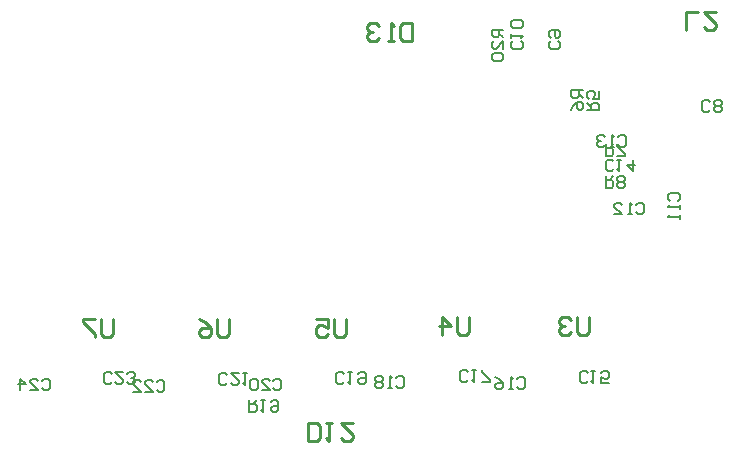
<source format=gbr>
%TF.GenerationSoftware,Altium Limited,Altium Designer,22.5.1 (42)*%
G04 Layer_Color=32896*
%FSLAX44Y44*%
%MOMM*%
%TF.SameCoordinates,01627914-4FCA-44A5-8146-F6A238B5A28C*%
%TF.FilePolarity,Positive*%
%TF.FileFunction,Other,Bottom_Designator*%
%TF.Part,Single*%
G01*
G75*
%TA.AperFunction,NonConductor*%
%ADD58C,0.2000*%
%ADD93C,0.2540*%
%ADD95C,0.1270*%
D58*
X247669Y22335D02*
X246003Y24002D01*
Y27334D01*
X247669Y29000D01*
X254334D01*
X256000Y27334D01*
Y24002D01*
X254334Y22335D01*
X256000Y19003D02*
Y15671D01*
Y17337D01*
X246003D01*
X247669Y19003D01*
X256000Y10673D02*
Y7340D01*
Y9006D01*
X246003D01*
X247669Y10673D01*
X121331Y157664D02*
X122997Y155998D01*
Y152666D01*
X121331Y151000D01*
X114666D01*
X113000Y152666D01*
Y155998D01*
X114666Y157664D01*
X113000Y160997D02*
Y164329D01*
Y162663D01*
X122997D01*
X121331Y160997D01*
Y169327D02*
X122997Y170993D01*
Y174326D01*
X121331Y175992D01*
X114666D01*
X113000Y174326D01*
Y170993D01*
X114666Y169327D01*
X121331D01*
X153331Y157664D02*
X154997Y155998D01*
Y152666D01*
X153331Y151000D01*
X146666D01*
X145000Y152666D01*
Y155998D01*
X146666Y157664D01*
Y160997D02*
X145000Y162663D01*
Y165995D01*
X146666Y167661D01*
X153331D01*
X154997Y165995D01*
Y162663D01*
X153331Y160997D01*
X151664D01*
X149998Y162663D01*
Y167661D01*
D93*
X-26280Y-77330D02*
Y-90026D01*
X-28819Y-92565D01*
X-33898D01*
X-36437Y-90026D01*
Y-77330D01*
X-51672D02*
X-41515D01*
Y-84947D01*
X-46593Y-82408D01*
X-49133D01*
X-51672Y-84947D01*
Y-90026D01*
X-49133Y-92565D01*
X-44054D01*
X-41515Y-90026D01*
X-58354Y-180347D02*
Y-165112D01*
X-50736D01*
X-48197Y-167652D01*
Y-177808D01*
X-50736Y-180347D01*
X-58354D01*
X-43119Y-165112D02*
X-38040D01*
X-40580D01*
Y-180347D01*
X-43119Y-177808D01*
X-20266Y-165112D02*
X-30423D01*
X-20266Y-175269D01*
Y-177808D01*
X-22805Y-180347D01*
X-27884D01*
X-30423Y-177808D01*
X29354Y173347D02*
Y158112D01*
X21736D01*
X19197Y160652D01*
Y170808D01*
X21736Y173347D01*
X29354D01*
X14119Y158112D02*
X9040D01*
X11580D01*
Y173347D01*
X14119Y170808D01*
X1423D02*
X-1116Y173347D01*
X-6195D01*
X-8734Y170808D01*
Y168269D01*
X-6195Y165730D01*
X-3656D01*
X-6195D01*
X-8734Y163191D01*
Y160652D01*
X-6195Y158112D01*
X-1116D01*
X1423Y160652D01*
X261304Y167382D02*
Y182617D01*
X271461D01*
X286696D02*
X276539D01*
X286696Y172461D01*
Y169922D01*
X284157Y167382D01*
X279078D01*
X276539Y169922D01*
X-125540Y-77225D02*
Y-89921D01*
X-128079Y-92460D01*
X-133158D01*
X-135697Y-89921D01*
Y-77225D01*
X-150932D02*
X-145854Y-79764D01*
X-140775Y-84842D01*
Y-89921D01*
X-143314Y-92460D01*
X-148393D01*
X-150932Y-89921D01*
Y-87382D01*
X-148393Y-84842D01*
X-140775D01*
X-223540Y-77225D02*
Y-89921D01*
X-226079Y-92460D01*
X-231158D01*
X-233697Y-89921D01*
Y-77225D01*
X-238775D02*
X-248932D01*
Y-79764D01*
X-238775Y-89921D01*
Y-92460D01*
X179460Y-75225D02*
Y-87921D01*
X176921Y-90460D01*
X171842D01*
X169303Y-87921D01*
Y-75225D01*
X164225Y-77764D02*
X161686Y-75225D01*
X156607D01*
X154068Y-77764D01*
Y-80303D01*
X156607Y-82842D01*
X159146D01*
X156607D01*
X154068Y-85382D01*
Y-87921D01*
X156607Y-90460D01*
X161686D01*
X164225Y-87921D01*
X77460Y-75225D02*
Y-87921D01*
X74921Y-90460D01*
X69842D01*
X67303Y-87921D01*
Y-75225D01*
X54607Y-90460D02*
Y-75225D01*
X62225Y-82843D01*
X52068D01*
D95*
X-283935Y-129399D02*
X-282269Y-127733D01*
X-278936D01*
X-277270Y-129399D01*
Y-136064D01*
X-278936Y-137730D01*
X-282269D01*
X-283935Y-136064D01*
X-293931Y-137730D02*
X-287267D01*
X-293931Y-131065D01*
Y-129399D01*
X-292265Y-127733D01*
X-288933D01*
X-287267Y-129399D01*
X-302262Y-137730D02*
Y-127733D01*
X-297264Y-132732D01*
X-303928D01*
X-225065Y-130601D02*
X-226732Y-132267D01*
X-230064D01*
X-231730Y-130601D01*
Y-123936D01*
X-230064Y-122270D01*
X-226732D01*
X-225065Y-123936D01*
X-215069Y-122270D02*
X-221733D01*
X-215069Y-128935D01*
Y-130601D01*
X-216735Y-132267D01*
X-220067D01*
X-221733Y-130601D01*
X-211736D02*
X-210070Y-132267D01*
X-206738D01*
X-205072Y-130601D01*
Y-128935D01*
X-206738Y-127268D01*
X-208404D01*
X-206738D01*
X-205072Y-125602D01*
Y-123936D01*
X-206738Y-122270D01*
X-210070D01*
X-211736Y-123936D01*
X-186935Y-130399D02*
X-185268Y-128733D01*
X-181936D01*
X-180270Y-130399D01*
Y-137064D01*
X-181936Y-138730D01*
X-185268D01*
X-186935Y-137064D01*
X-196931Y-138730D02*
X-190267D01*
X-196931Y-132065D01*
Y-130399D01*
X-195265Y-128733D01*
X-191933D01*
X-190267Y-130399D01*
X-206928Y-138730D02*
X-200264D01*
X-206928Y-132065D01*
Y-130399D01*
X-205262Y-128733D01*
X-201930D01*
X-200264Y-130399D01*
X-127065Y-131601D02*
X-128731Y-133267D01*
X-132064D01*
X-133730Y-131601D01*
Y-124936D01*
X-132064Y-123270D01*
X-128731D01*
X-127065Y-124936D01*
X-117069Y-123270D02*
X-123733D01*
X-117069Y-129935D01*
Y-131601D01*
X-118735Y-133267D01*
X-122067D01*
X-123733Y-131601D01*
X-113736Y-123270D02*
X-110404D01*
X-112070D01*
Y-133267D01*
X-113736Y-131601D01*
X-87935Y-129399D02*
X-86269Y-127733D01*
X-82936D01*
X-81270Y-129399D01*
Y-136064D01*
X-82936Y-137730D01*
X-86269D01*
X-87935Y-136064D01*
X-97931Y-137730D02*
X-91267D01*
X-97931Y-131065D01*
Y-129399D01*
X-96265Y-127733D01*
X-92933D01*
X-91267Y-129399D01*
X-101264D02*
X-102930Y-127733D01*
X-106262D01*
X-107928Y-129399D01*
Y-136064D01*
X-106262Y-137730D01*
X-102930D01*
X-101264Y-136064D01*
Y-129399D01*
X-28066Y-130601D02*
X-29732Y-132267D01*
X-33064D01*
X-34730Y-130601D01*
Y-123936D01*
X-33064Y-122270D01*
X-29732D01*
X-28066Y-123936D01*
X-24733Y-122270D02*
X-21401D01*
X-23067D01*
Y-132267D01*
X-24733Y-130601D01*
X-16403Y-123936D02*
X-14736Y-122270D01*
X-11404D01*
X-9738Y-123936D01*
Y-130601D01*
X-11404Y-132267D01*
X-14736D01*
X-16403Y-130601D01*
Y-128935D01*
X-14736Y-127268D01*
X-9738D01*
X16065Y-127399D02*
X17731Y-125733D01*
X21064D01*
X22730Y-127399D01*
Y-134064D01*
X21064Y-135730D01*
X17731D01*
X16065Y-134064D01*
X12733Y-135730D02*
X9401D01*
X11067D01*
Y-125733D01*
X12733Y-127399D01*
X4402D02*
X2736Y-125733D01*
X-596D01*
X-2262Y-127399D01*
Y-129065D01*
X-596Y-130731D01*
X-2262Y-132398D01*
Y-134064D01*
X-596Y-135730D01*
X2736D01*
X4402Y-134064D01*
Y-132398D01*
X2736Y-130731D01*
X4402Y-129065D01*
Y-127399D01*
X2736Y-130731D02*
X-596D01*
X76934Y-128601D02*
X75268Y-130267D01*
X71936D01*
X70270Y-128601D01*
Y-121936D01*
X71936Y-120270D01*
X75268D01*
X76934Y-121936D01*
X80267Y-120270D02*
X83599D01*
X81933D01*
Y-130267D01*
X80267Y-128601D01*
X88597Y-130267D02*
X95262D01*
Y-128601D01*
X88597Y-121936D01*
Y-120270D01*
X118065Y-128399D02*
X119732Y-126733D01*
X123064D01*
X124730Y-128399D01*
Y-135064D01*
X123064Y-136730D01*
X119732D01*
X118065Y-135064D01*
X114733Y-136730D02*
X111401D01*
X113067D01*
Y-126733D01*
X114733Y-128399D01*
X99738Y-126733D02*
X103070Y-128399D01*
X106403Y-131732D01*
Y-135064D01*
X104736Y-136730D01*
X101404D01*
X99738Y-135064D01*
Y-133398D01*
X101404Y-131732D01*
X106403D01*
X177935Y-129601D02*
X176269Y-131267D01*
X172936D01*
X171270Y-129601D01*
Y-122936D01*
X172936Y-121270D01*
X176269D01*
X177935Y-122936D01*
X181267Y-121270D02*
X184599D01*
X182933D01*
Y-131267D01*
X181267Y-129601D01*
X196262Y-131267D02*
X189597D01*
Y-126269D01*
X192930Y-127935D01*
X194596D01*
X196262Y-126269D01*
Y-122936D01*
X194596Y-121270D01*
X191264D01*
X189597Y-122936D01*
X-108730Y-146270D02*
Y-156267D01*
X-103732D01*
X-102065Y-154601D01*
Y-151269D01*
X-103732Y-149602D01*
X-108730D01*
X-105398D02*
X-102065Y-146270D01*
X-98733D02*
X-95401D01*
X-97067D01*
Y-156267D01*
X-98733Y-154601D01*
X-90402Y-147936D02*
X-88736Y-146270D01*
X-85404D01*
X-83738Y-147936D01*
Y-154601D01*
X-85404Y-156267D01*
X-88736D01*
X-90402Y-154601D01*
Y-152935D01*
X-88736Y-151269D01*
X-83738D01*
X204065Y76601D02*
X205732Y78267D01*
X209064D01*
X210730Y76601D01*
Y69936D01*
X209064Y68270D01*
X205732D01*
X204065Y69936D01*
X200733Y68270D02*
X197401D01*
X199067D01*
Y78267D01*
X200733Y76601D01*
X192402D02*
X190736Y78267D01*
X187404D01*
X185738Y76601D01*
Y74935D01*
X187404Y73268D01*
X189070D01*
X187404D01*
X185738Y71602D01*
Y69936D01*
X187404Y68270D01*
X190736D01*
X192402Y69936D01*
X193270Y70730D02*
Y60733D01*
X198268D01*
X199934Y62399D01*
Y65732D01*
X198268Y67398D01*
X193270D01*
X196602D02*
X199934Y70730D01*
X203267Y60733D02*
X209931D01*
Y62399D01*
X203267Y69064D01*
Y70730D01*
X199935Y49399D02*
X198268Y47733D01*
X194936D01*
X193270Y49399D01*
Y56064D01*
X194936Y57730D01*
X198268D01*
X199935Y56064D01*
X203267Y57730D02*
X206599D01*
X204933D01*
Y47733D01*
X203267Y49399D01*
X216596Y57730D02*
Y47733D01*
X211597Y52731D01*
X218262D01*
X193270Y43730D02*
Y33733D01*
X198268D01*
X199934Y35399D01*
Y38732D01*
X198268Y40398D01*
X193270D01*
X196602D02*
X199934Y43730D01*
X203267Y35399D02*
X204933Y33733D01*
X208265D01*
X209931Y35399D01*
Y37065D01*
X208265Y38732D01*
X209931Y40398D01*
Y42064D01*
X208265Y43730D01*
X204933D01*
X203267Y42064D01*
Y40398D01*
X204933Y38732D01*
X203267Y37065D01*
Y35399D01*
X204933Y38732D02*
X208265D01*
X219065Y19601D02*
X220732Y21267D01*
X224064D01*
X225730Y19601D01*
Y12936D01*
X224064Y11270D01*
X220732D01*
X219065Y12936D01*
X215733Y11270D02*
X212401D01*
X214067D01*
Y21267D01*
X215733Y19601D01*
X200738Y11270D02*
X207402D01*
X200738Y17935D01*
Y19601D01*
X202404Y21267D01*
X205736D01*
X207402Y19601D01*
X281684Y99649D02*
X280018Y97983D01*
X276686D01*
X275020Y99649D01*
Y106314D01*
X276686Y107980D01*
X280018D01*
X281684Y106314D01*
X285017Y99649D02*
X286683Y97983D01*
X290015D01*
X291681Y99649D01*
Y101315D01*
X290015Y102982D01*
X291681Y104648D01*
Y106314D01*
X290015Y107980D01*
X286683D01*
X285017Y106314D01*
Y104648D01*
X286683Y102982D01*
X285017Y101315D01*
Y99649D01*
X286683Y102982D02*
X290015D01*
X177270Y99270D02*
X187267D01*
Y104268D01*
X185601Y105934D01*
X182268D01*
X180602Y104268D01*
Y99270D01*
Y102602D02*
X177270Y105934D01*
X187267Y115931D02*
Y109267D01*
X182268D01*
X183934Y112599D01*
Y114265D01*
X182268Y115931D01*
X178936D01*
X177270Y114265D01*
Y110933D01*
X178936Y109267D01*
X173730Y116730D02*
X163733D01*
Y111732D01*
X165399Y110065D01*
X168732D01*
X170398Y111732D01*
Y116730D01*
Y113398D02*
X173730Y110065D01*
X163733Y100069D02*
X165399Y103401D01*
X168732Y106733D01*
X172064D01*
X173730Y105067D01*
Y101735D01*
X172064Y100069D01*
X170398D01*
X168732Y101735D01*
Y106733D01*
X106730Y167730D02*
X96733D01*
Y162731D01*
X98399Y161065D01*
X101732D01*
X103398Y162731D01*
Y167730D01*
Y164398D02*
X106730Y161065D01*
Y151069D02*
Y157733D01*
X100065Y151069D01*
X98399D01*
X96733Y152735D01*
Y156067D01*
X98399Y157733D01*
Y147736D02*
X96733Y146070D01*
Y142738D01*
X98399Y141072D01*
X105064D01*
X106730Y142738D01*
Y146070D01*
X105064Y147736D01*
X98399D01*
%TF.MD5,5733d9729bfe5b3f43c824e49e1ef5d0*%
M02*

</source>
